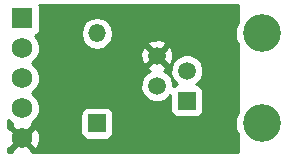
<source format=gbl>
G04 (created by PCBNEW (22-Jun-2014 BZR 4027)-stable) date Wed 04 Apr 2018 07:15:16 PM CDT*
%MOIN*%
G04 Gerber Fmt 3.4, Leading zero omitted, Abs format*
%FSLAX34Y34*%
G01*
G70*
G90*
G04 APERTURE LIST*
%ADD10C,0.00590551*%
%ADD11R,0.069X0.069*%
%ADD12C,0.069*%
%ADD13C,0.059*%
%ADD14R,0.059X0.059*%
%ADD15C,0.125984*%
%ADD16O,0.059X0.059*%
%ADD17C,0.01*%
G04 APERTURE END LIST*
G54D10*
G54D11*
X68500Y-41750D03*
G54D12*
X68500Y-42750D03*
X68500Y-43750D03*
X68500Y-44750D03*
X68500Y-45750D03*
G54D13*
X73000Y-44000D03*
X73000Y-43000D03*
G54D14*
X74000Y-44500D03*
G54D13*
X74000Y-43500D03*
G54D15*
X76500Y-42251D03*
X76500Y-45251D03*
G54D14*
X71000Y-45250D03*
G54D16*
X71000Y-42250D03*
G54D10*
G36*
X75700Y-46200D02*
X74545Y-46200D01*
X74545Y-43392D01*
X74462Y-43191D01*
X74309Y-43038D01*
X74108Y-42955D01*
X73892Y-42954D01*
X73691Y-43037D01*
X73549Y-43179D01*
X73549Y-43080D01*
X73538Y-42864D01*
X73477Y-42715D01*
X73382Y-42688D01*
X73311Y-42759D01*
X73311Y-42617D01*
X73284Y-42522D01*
X73080Y-42450D01*
X72864Y-42461D01*
X72715Y-42522D01*
X72688Y-42617D01*
X73000Y-42929D01*
X73311Y-42617D01*
X73311Y-42759D01*
X73070Y-43000D01*
X73382Y-43311D01*
X73477Y-43284D01*
X73549Y-43080D01*
X73549Y-43179D01*
X73538Y-43190D01*
X73455Y-43391D01*
X73454Y-43607D01*
X73537Y-43808D01*
X73684Y-43954D01*
X73655Y-43954D01*
X73563Y-43992D01*
X73544Y-44011D01*
X73545Y-43892D01*
X73462Y-43691D01*
X73309Y-43538D01*
X73223Y-43502D01*
X73284Y-43477D01*
X73311Y-43382D01*
X73000Y-43070D01*
X72929Y-43141D01*
X72929Y-43000D01*
X72617Y-42688D01*
X72522Y-42715D01*
X72450Y-42919D01*
X72461Y-43135D01*
X72522Y-43284D01*
X72617Y-43311D01*
X72929Y-43000D01*
X72929Y-43141D01*
X72688Y-43382D01*
X72715Y-43477D01*
X72781Y-43500D01*
X72691Y-43537D01*
X72538Y-43690D01*
X72455Y-43891D01*
X72454Y-44107D01*
X72537Y-44308D01*
X72690Y-44461D01*
X72891Y-44544D01*
X73107Y-44545D01*
X73308Y-44462D01*
X73454Y-44315D01*
X73454Y-44844D01*
X73492Y-44936D01*
X73563Y-45006D01*
X73655Y-45044D01*
X73754Y-45045D01*
X74344Y-45045D01*
X74436Y-45007D01*
X74506Y-44936D01*
X74544Y-44844D01*
X74545Y-44745D01*
X74545Y-44155D01*
X74507Y-44063D01*
X74436Y-43993D01*
X74344Y-43955D01*
X74315Y-43955D01*
X74461Y-43809D01*
X74544Y-43608D01*
X74545Y-43392D01*
X74545Y-46200D01*
X71545Y-46200D01*
X71545Y-45495D01*
X71545Y-44905D01*
X71545Y-44905D01*
X71545Y-42260D01*
X71545Y-42239D01*
X71503Y-42030D01*
X71385Y-41853D01*
X71208Y-41735D01*
X71000Y-41694D01*
X70791Y-41735D01*
X70614Y-41853D01*
X70496Y-42030D01*
X70455Y-42239D01*
X70455Y-42260D01*
X70496Y-42469D01*
X70614Y-42646D01*
X70791Y-42764D01*
X71000Y-42805D01*
X71208Y-42764D01*
X71385Y-42646D01*
X71503Y-42469D01*
X71545Y-42260D01*
X71545Y-44905D01*
X71507Y-44813D01*
X71436Y-44743D01*
X71344Y-44705D01*
X71245Y-44704D01*
X70655Y-44704D01*
X70563Y-44742D01*
X70493Y-44813D01*
X70455Y-44905D01*
X70454Y-45004D01*
X70454Y-45594D01*
X70492Y-45686D01*
X70563Y-45756D01*
X70655Y-45794D01*
X70754Y-45795D01*
X71344Y-45795D01*
X71436Y-45757D01*
X71506Y-45686D01*
X71544Y-45594D01*
X71545Y-45495D01*
X71545Y-46200D01*
X69099Y-46200D01*
X69099Y-45842D01*
X69089Y-45606D01*
X69018Y-45435D01*
X68918Y-45402D01*
X68570Y-45750D01*
X68918Y-46097D01*
X69018Y-46064D01*
X69099Y-45842D01*
X69099Y-46200D01*
X68837Y-46200D01*
X68847Y-46168D01*
X68500Y-45820D01*
X68152Y-46168D01*
X68162Y-46200D01*
X68050Y-46200D01*
X68050Y-46087D01*
X68081Y-46097D01*
X68429Y-45750D01*
X68081Y-45402D01*
X68050Y-45412D01*
X68050Y-45141D01*
X68162Y-45254D01*
X68175Y-45259D01*
X68152Y-45331D01*
X68500Y-45679D01*
X68847Y-45331D01*
X68824Y-45259D01*
X68836Y-45254D01*
X69004Y-45087D01*
X69094Y-44868D01*
X69095Y-44632D01*
X69004Y-44413D01*
X68841Y-44249D01*
X69004Y-44087D01*
X69094Y-43868D01*
X69095Y-43632D01*
X69004Y-43413D01*
X68841Y-43249D01*
X69004Y-43087D01*
X69094Y-42868D01*
X69095Y-42632D01*
X69004Y-42413D01*
X68924Y-42332D01*
X68986Y-42307D01*
X69056Y-42236D01*
X69094Y-42144D01*
X69095Y-42045D01*
X69095Y-41355D01*
X69072Y-41300D01*
X75700Y-41300D01*
X75700Y-41884D01*
X75620Y-42076D01*
X75619Y-42426D01*
X75700Y-42620D01*
X75700Y-44884D01*
X75620Y-45076D01*
X75619Y-45426D01*
X75700Y-45620D01*
X75700Y-46200D01*
X75700Y-46200D01*
G37*
G54D17*
X75700Y-46200D02*
X74545Y-46200D01*
X74545Y-43392D01*
X74462Y-43191D01*
X74309Y-43038D01*
X74108Y-42955D01*
X73892Y-42954D01*
X73691Y-43037D01*
X73549Y-43179D01*
X73549Y-43080D01*
X73538Y-42864D01*
X73477Y-42715D01*
X73382Y-42688D01*
X73311Y-42759D01*
X73311Y-42617D01*
X73284Y-42522D01*
X73080Y-42450D01*
X72864Y-42461D01*
X72715Y-42522D01*
X72688Y-42617D01*
X73000Y-42929D01*
X73311Y-42617D01*
X73311Y-42759D01*
X73070Y-43000D01*
X73382Y-43311D01*
X73477Y-43284D01*
X73549Y-43080D01*
X73549Y-43179D01*
X73538Y-43190D01*
X73455Y-43391D01*
X73454Y-43607D01*
X73537Y-43808D01*
X73684Y-43954D01*
X73655Y-43954D01*
X73563Y-43992D01*
X73544Y-44011D01*
X73545Y-43892D01*
X73462Y-43691D01*
X73309Y-43538D01*
X73223Y-43502D01*
X73284Y-43477D01*
X73311Y-43382D01*
X73000Y-43070D01*
X72929Y-43141D01*
X72929Y-43000D01*
X72617Y-42688D01*
X72522Y-42715D01*
X72450Y-42919D01*
X72461Y-43135D01*
X72522Y-43284D01*
X72617Y-43311D01*
X72929Y-43000D01*
X72929Y-43141D01*
X72688Y-43382D01*
X72715Y-43477D01*
X72781Y-43500D01*
X72691Y-43537D01*
X72538Y-43690D01*
X72455Y-43891D01*
X72454Y-44107D01*
X72537Y-44308D01*
X72690Y-44461D01*
X72891Y-44544D01*
X73107Y-44545D01*
X73308Y-44462D01*
X73454Y-44315D01*
X73454Y-44844D01*
X73492Y-44936D01*
X73563Y-45006D01*
X73655Y-45044D01*
X73754Y-45045D01*
X74344Y-45045D01*
X74436Y-45007D01*
X74506Y-44936D01*
X74544Y-44844D01*
X74545Y-44745D01*
X74545Y-44155D01*
X74507Y-44063D01*
X74436Y-43993D01*
X74344Y-43955D01*
X74315Y-43955D01*
X74461Y-43809D01*
X74544Y-43608D01*
X74545Y-43392D01*
X74545Y-46200D01*
X71545Y-46200D01*
X71545Y-45495D01*
X71545Y-44905D01*
X71545Y-44905D01*
X71545Y-42260D01*
X71545Y-42239D01*
X71503Y-42030D01*
X71385Y-41853D01*
X71208Y-41735D01*
X71000Y-41694D01*
X70791Y-41735D01*
X70614Y-41853D01*
X70496Y-42030D01*
X70455Y-42239D01*
X70455Y-42260D01*
X70496Y-42469D01*
X70614Y-42646D01*
X70791Y-42764D01*
X71000Y-42805D01*
X71208Y-42764D01*
X71385Y-42646D01*
X71503Y-42469D01*
X71545Y-42260D01*
X71545Y-44905D01*
X71507Y-44813D01*
X71436Y-44743D01*
X71344Y-44705D01*
X71245Y-44704D01*
X70655Y-44704D01*
X70563Y-44742D01*
X70493Y-44813D01*
X70455Y-44905D01*
X70454Y-45004D01*
X70454Y-45594D01*
X70492Y-45686D01*
X70563Y-45756D01*
X70655Y-45794D01*
X70754Y-45795D01*
X71344Y-45795D01*
X71436Y-45757D01*
X71506Y-45686D01*
X71544Y-45594D01*
X71545Y-45495D01*
X71545Y-46200D01*
X69099Y-46200D01*
X69099Y-45842D01*
X69089Y-45606D01*
X69018Y-45435D01*
X68918Y-45402D01*
X68570Y-45750D01*
X68918Y-46097D01*
X69018Y-46064D01*
X69099Y-45842D01*
X69099Y-46200D01*
X68837Y-46200D01*
X68847Y-46168D01*
X68500Y-45820D01*
X68152Y-46168D01*
X68162Y-46200D01*
X68050Y-46200D01*
X68050Y-46087D01*
X68081Y-46097D01*
X68429Y-45750D01*
X68081Y-45402D01*
X68050Y-45412D01*
X68050Y-45141D01*
X68162Y-45254D01*
X68175Y-45259D01*
X68152Y-45331D01*
X68500Y-45679D01*
X68847Y-45331D01*
X68824Y-45259D01*
X68836Y-45254D01*
X69004Y-45087D01*
X69094Y-44868D01*
X69095Y-44632D01*
X69004Y-44413D01*
X68841Y-44249D01*
X69004Y-44087D01*
X69094Y-43868D01*
X69095Y-43632D01*
X69004Y-43413D01*
X68841Y-43249D01*
X69004Y-43087D01*
X69094Y-42868D01*
X69095Y-42632D01*
X69004Y-42413D01*
X68924Y-42332D01*
X68986Y-42307D01*
X69056Y-42236D01*
X69094Y-42144D01*
X69095Y-42045D01*
X69095Y-41355D01*
X69072Y-41300D01*
X75700Y-41300D01*
X75700Y-41884D01*
X75620Y-42076D01*
X75619Y-42426D01*
X75700Y-42620D01*
X75700Y-44884D01*
X75620Y-45076D01*
X75619Y-45426D01*
X75700Y-45620D01*
X75700Y-46200D01*
M02*

</source>
